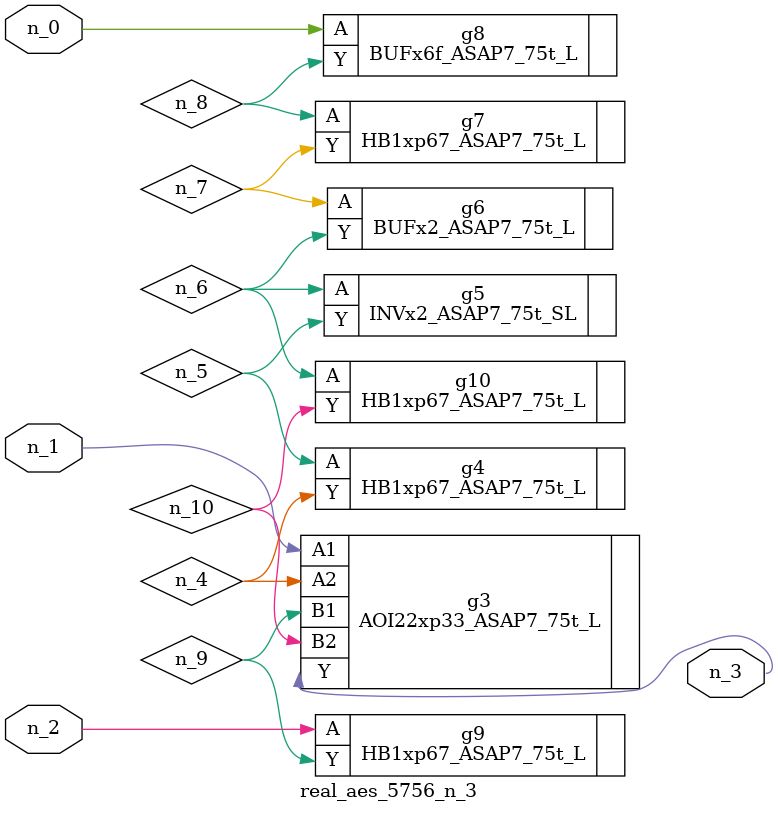
<source format=v>
module real_aes_5756_n_3 (n_0, n_2, n_1, n_3);
input n_0;
input n_2;
input n_1;
output n_3;
wire n_4;
wire n_5;
wire n_7;
wire n_9;
wire n_6;
wire n_8;
wire n_10;
BUFx6f_ASAP7_75t_L g8 ( .A(n_0), .Y(n_8) );
AOI22xp33_ASAP7_75t_L g3 ( .A1(n_1), .A2(n_4), .B1(n_9), .B2(n_10), .Y(n_3) );
HB1xp67_ASAP7_75t_L g9 ( .A(n_2), .Y(n_9) );
HB1xp67_ASAP7_75t_L g4 ( .A(n_5), .Y(n_4) );
INVx2_ASAP7_75t_SL g5 ( .A(n_6), .Y(n_5) );
HB1xp67_ASAP7_75t_L g10 ( .A(n_6), .Y(n_10) );
BUFx2_ASAP7_75t_L g6 ( .A(n_7), .Y(n_6) );
HB1xp67_ASAP7_75t_L g7 ( .A(n_8), .Y(n_7) );
endmodule
</source>
